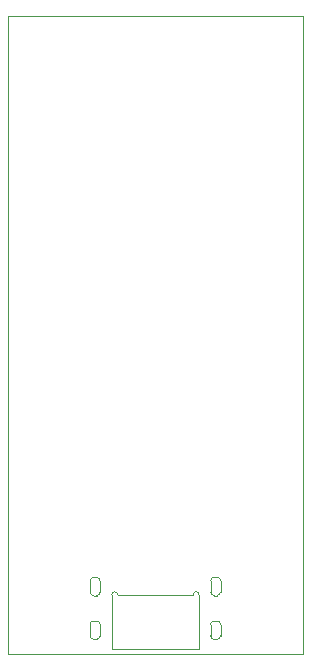
<source format=gbr>
%TF.GenerationSoftware,KiCad,Pcbnew,9.0.0*%
%TF.CreationDate,2025-02-28T11:04:11+07:00*%
%TF.ProjectId,SMT32_Bluepill,534d5433-325f-4426-9c75-6570696c6c2e,rev?*%
%TF.SameCoordinates,Original*%
%TF.FileFunction,Profile,NP*%
%FSLAX46Y46*%
G04 Gerber Fmt 4.6, Leading zero omitted, Abs format (unit mm)*
G04 Created by KiCad (PCBNEW 9.0.0) date 2025-02-28 11:04:11*
%MOMM*%
%LPD*%
G01*
G04 APERTURE LIST*
%TA.AperFunction,Profile*%
%ADD10C,0.050000*%
%TD*%
%TA.AperFunction,Profile*%
%ADD11C,0.010000*%
%TD*%
G04 APERTURE END LIST*
D10*
X17500000Y-46500000D02*
X42500000Y-46500000D01*
X42500000Y-100500000D01*
X17500000Y-100500000D01*
X17500000Y-46500000D01*
D11*
%TO.C,U3*%
X24475000Y-94325000D02*
X24475000Y-95275000D01*
X24475000Y-98025000D02*
X24475000Y-98975000D01*
X24775000Y-95575000D02*
X25025000Y-95575000D01*
X24775000Y-99275000D02*
X25025000Y-99275000D01*
X25025000Y-94025000D02*
X24775000Y-94025000D01*
X25025000Y-97725000D02*
X24775000Y-97725000D01*
X25325000Y-95275000D02*
X25325000Y-94325000D01*
X25325000Y-98975000D02*
X25325000Y-98025000D01*
X26300000Y-100100000D02*
X26300000Y-95500000D01*
X26800000Y-95500000D02*
X33200000Y-95500000D01*
X33700000Y-95500000D02*
X33700000Y-100100000D01*
X33700000Y-100100000D02*
X26300000Y-100100000D01*
X34675000Y-94325000D02*
X34675000Y-95275000D01*
X34675000Y-98025000D02*
X34675000Y-98975000D01*
X34975000Y-95575000D02*
X35225000Y-95575000D01*
X34975000Y-99275000D02*
X35225000Y-99275000D01*
X35225000Y-94025000D02*
X34975000Y-94025000D01*
X35225000Y-97725000D02*
X34975000Y-97725000D01*
X35525000Y-95275000D02*
X35525000Y-94325000D01*
X35525000Y-98975000D02*
X35525000Y-98025000D01*
X24475000Y-94325000D02*
G75*
G02*
X24775000Y-94025000I300000J0D01*
G01*
X24475000Y-98025000D02*
G75*
G02*
X24775000Y-97725000I300000J0D01*
G01*
X24775000Y-95575000D02*
G75*
G02*
X24475000Y-95275000I0J300000D01*
G01*
X24775000Y-99275000D02*
G75*
G02*
X24475000Y-98975000I0J300000D01*
G01*
X25025000Y-94025000D02*
G75*
G02*
X25325000Y-94325000I0J-300000D01*
G01*
X25025000Y-97725000D02*
G75*
G02*
X25325000Y-98025000I0J-300000D01*
G01*
X25325000Y-95275000D02*
G75*
G02*
X25025000Y-95575000I-300000J0D01*
G01*
X25325000Y-98975000D02*
G75*
G02*
X25025000Y-99275000I-300000J0D01*
G01*
X26300000Y-95500000D02*
G75*
G02*
X26550000Y-95250000I249999J1D01*
G01*
X26550000Y-95250000D02*
G75*
G02*
X26800000Y-95500000I1J-249999D01*
G01*
X33200000Y-95500000D02*
G75*
G02*
X33450000Y-95250000I250000J0D01*
G01*
X33450000Y-95250000D02*
G75*
G02*
X33700000Y-95500000I0J-250000D01*
G01*
X34675000Y-94325000D02*
G75*
G02*
X34975000Y-94025000I300000J0D01*
G01*
X34675000Y-98025000D02*
G75*
G02*
X34975000Y-97725000I300000J0D01*
G01*
X34975000Y-95575000D02*
G75*
G02*
X34675000Y-95275000I0J300000D01*
G01*
X34975000Y-99275000D02*
G75*
G02*
X34675000Y-98975000I0J300000D01*
G01*
X35225000Y-94025000D02*
G75*
G02*
X35525000Y-94325000I0J-300000D01*
G01*
X35225000Y-97725000D02*
G75*
G02*
X35525000Y-98025000I0J-300000D01*
G01*
X35525000Y-95275000D02*
G75*
G02*
X35225000Y-95575000I-300000J0D01*
G01*
X35525000Y-98975000D02*
G75*
G02*
X35225000Y-99275000I-300000J0D01*
G01*
%TD*%
M02*

</source>
